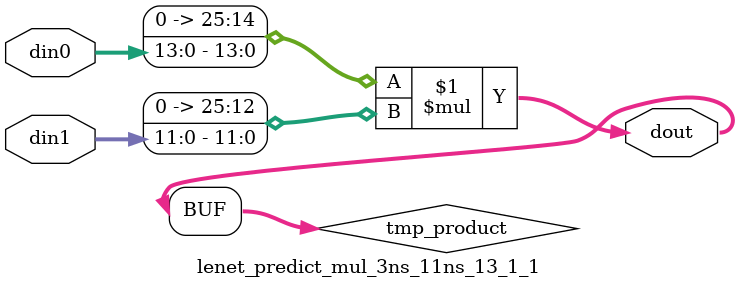
<source format=v>

`timescale 1 ns / 1 ps

  module lenet_predict_mul_3ns_11ns_13_1_1(din0, din1, dout);
parameter ID = 1;
parameter NUM_STAGE = 0;
parameter din0_WIDTH = 14;
parameter din1_WIDTH = 12;
parameter dout_WIDTH = 26;

input [din0_WIDTH - 1 : 0] din0; 
input [din1_WIDTH - 1 : 0] din1; 
output [dout_WIDTH - 1 : 0] dout;

wire signed [dout_WIDTH - 1 : 0] tmp_product;










assign tmp_product = $signed({1'b0, din0}) * $signed({1'b0, din1});











assign dout = tmp_product;







endmodule

</source>
